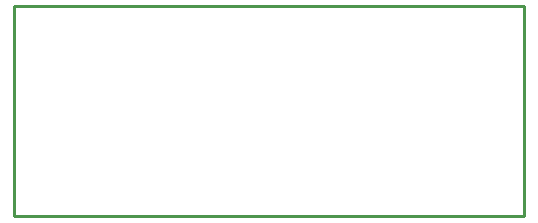
<source format=gko>
G04 Layer: BoardOutline*
G04 EasyEDA v6.4.3, 2020-08-12T23:02:41+05:30*
G04 0c64d8637b0b46b586c93cd23854d17d,10*
G04 Gerber Generator version 0.2*
G04 Scale: 100 percent, Rotated: No, Reflected: No *
G04 Dimensions in inches *
G04 leading zeros omitted , absolute positions ,2 integer and 4 decimal *
%FSLAX24Y24*%
%MOIN*%
G90*
G70D02*

%ADD10C,0.010000*%
G54D10*
G01X0Y0D02*
G01X0Y7000D01*
G01X17000Y7000D01*
G01X17000Y0D01*
G01X0Y0D01*

%LPD*%
M00*
M02*

</source>
